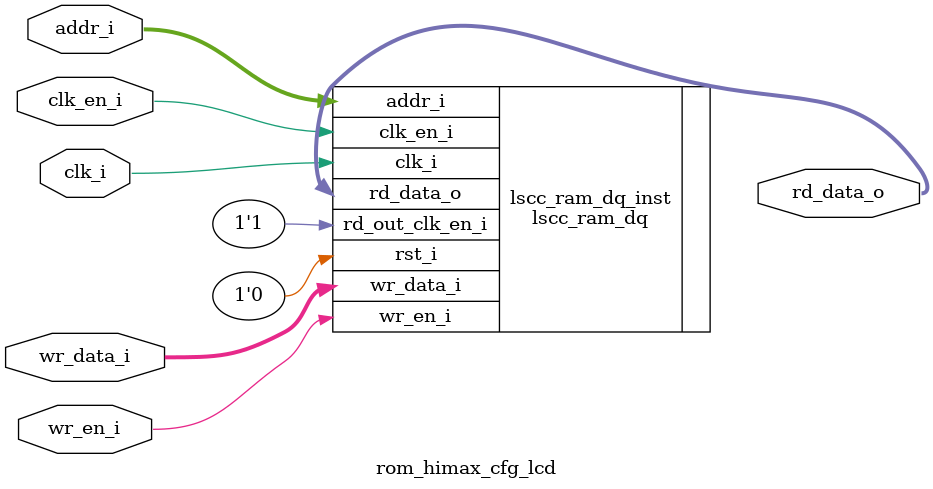
<source format=v>
/*******************************************************************************
    Verilog netlist generated by IPGEN Radiant
    Soft IP Version: 1.0.0
    Tue Mar 05 15:55:43 2019
*******************************************************************************/
/*******************************************************************************
    Include IP core template files.
*******************************************************************************/
`include "core/lscc_ram_dq.v"
/*******************************************************************************
    Wrapper Module generated per user settings.
*******************************************************************************/
module rom_himax_cfg_lcd (clk_i, clk_en_i, wr_en_i, wr_data_i, addr_i,
    rd_data_o);
    input  clk_i;
    input  clk_en_i;
    input  wr_en_i;
    input  [15:0]  wr_data_i;
    input  [7:0]  addr_i;
    output  [15:0]  rd_data_o;
    lscc_ram_dq #(.ADDR_DEPTH(256),
        .DATA_WIDTH(16),
        .ADDR_WIDTH(8),
        .REGMODE("noreg"),
        .RESETMODE("sync"),
        .INIT_MODE("mem_file"),
        .INIT_FILE("misc/ram256x16_himax_324x324_lcd_fps_rom_himax_cfg_lcd_copy.mem"),
        .INIT_FILE_FORMAT("hex"))
    lscc_ram_dq_inst(.clk_i(clk_i),
        .rst_i(1'b0),
        .clk_en_i(clk_en_i),
        .rd_out_clk_en_i(1'b1),
        .wr_en_i(wr_en_i),
        .wr_data_i(wr_data_i),
        .addr_i(addr_i),
        .rd_data_o(rd_data_o));
endmodule
</source>
